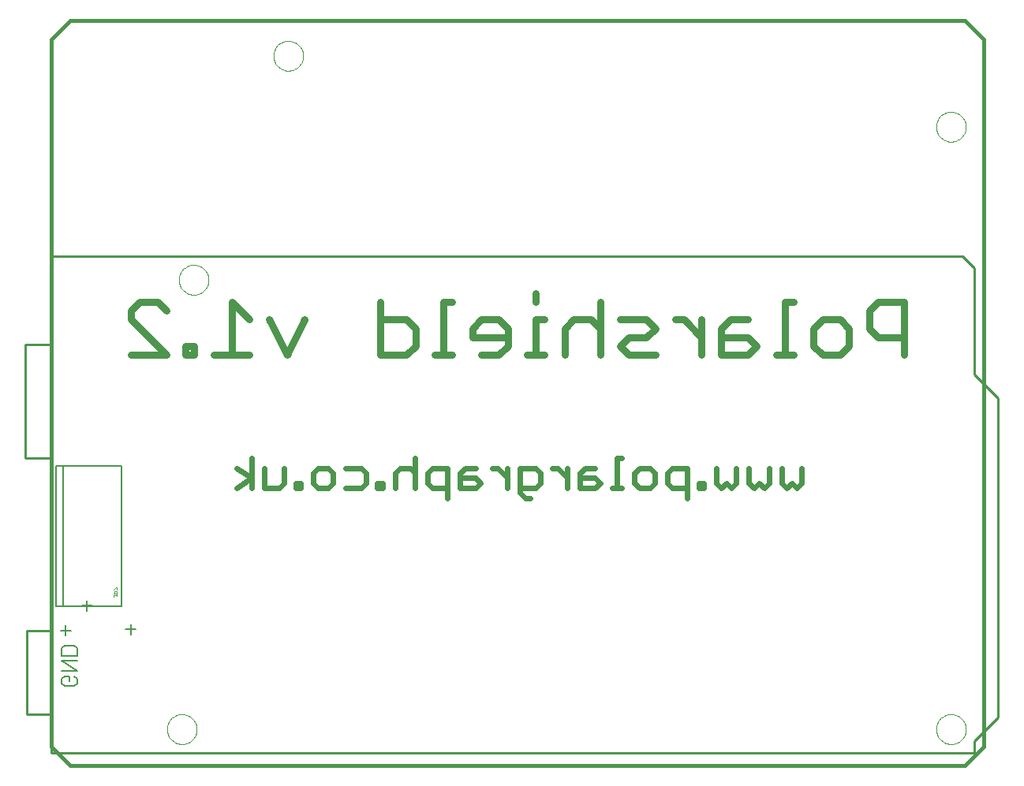
<source format=gbo>
G75*
G70*
%OFA0B0*%
%FSLAX24Y24*%
%IPPOS*%
%LPD*%
%AMOC8*
5,1,8,0,0,1.08239X$1,22.5*
%
%ADD10C,0.0160*%
%ADD11C,0.0300*%
%ADD12C,0.0230*%
%ADD13C,0.0000*%
%ADD14C,0.0060*%
%ADD15C,0.0100*%
%ADD16C,0.0080*%
%ADD17C,0.0010*%
D10*
X002702Y003185D02*
X040498Y003185D01*
X041285Y003972D01*
X041285Y033894D01*
X040498Y034681D01*
X002702Y034681D01*
X001915Y033894D01*
X001915Y003972D01*
X002702Y003185D01*
D11*
X005268Y020540D02*
X006762Y020540D01*
X005268Y022034D01*
X005268Y022408D01*
X005641Y022781D01*
X006389Y022781D01*
X006762Y022408D01*
X007558Y020913D02*
X007558Y020540D01*
X007932Y020540D01*
X007932Y020913D01*
X007558Y020913D01*
X008776Y020540D02*
X010271Y020540D01*
X009523Y020540D02*
X009523Y022781D01*
X010271Y022034D01*
X011115Y022034D02*
X011862Y020540D01*
X012609Y022034D01*
X015792Y022034D02*
X016913Y022034D01*
X017287Y021661D01*
X017287Y020913D01*
X016913Y020540D01*
X015792Y020540D01*
X015792Y022781D01*
X018472Y022781D02*
X018472Y020540D01*
X018099Y020540D02*
X018846Y020540D01*
X019690Y021287D02*
X021185Y021287D01*
X021185Y020913D02*
X021185Y021661D01*
X020811Y022034D01*
X020064Y022034D01*
X019690Y021661D01*
X019690Y021287D01*
X020064Y020540D02*
X020811Y020540D01*
X021185Y020913D01*
X021997Y020540D02*
X022744Y020540D01*
X022370Y020540D02*
X022370Y022034D01*
X022744Y022034D01*
X022370Y022781D02*
X022370Y023155D01*
X023588Y021661D02*
X023962Y022034D01*
X024709Y022034D01*
X025083Y021661D01*
X025927Y022034D02*
X027048Y022034D01*
X027422Y021661D01*
X027048Y021287D01*
X026301Y021287D01*
X025927Y020913D01*
X026301Y020540D01*
X027422Y020540D01*
X028250Y022034D02*
X028623Y022034D01*
X029371Y021287D01*
X029371Y020540D02*
X029371Y022034D01*
X030215Y021661D02*
X030215Y020540D01*
X031336Y020540D01*
X031709Y020913D01*
X031336Y021287D01*
X030215Y021287D01*
X030215Y021661D02*
X030588Y022034D01*
X031336Y022034D01*
X032895Y022781D02*
X032895Y020540D01*
X033269Y020540D02*
X032521Y020540D01*
X034113Y020913D02*
X034486Y020540D01*
X035234Y020540D01*
X035607Y020913D01*
X035607Y021661D01*
X035234Y022034D01*
X034486Y022034D01*
X034113Y021661D01*
X034113Y020913D01*
X033269Y022781D02*
X032895Y022781D01*
X036451Y022408D02*
X036451Y021661D01*
X036825Y021287D01*
X037946Y021287D01*
X037946Y020540D02*
X037946Y022781D01*
X036825Y022781D01*
X036451Y022408D01*
X025083Y022781D02*
X025083Y020540D01*
X023588Y020540D02*
X023588Y021661D01*
X018846Y022781D02*
X018472Y022781D01*
D12*
X017268Y016185D02*
X017268Y014914D01*
X017801Y015126D02*
X017801Y015550D01*
X018013Y015761D01*
X018649Y015761D01*
X018649Y014490D01*
X018649Y014914D02*
X018013Y014914D01*
X017801Y015126D01*
X017268Y015550D02*
X017056Y015761D01*
X016632Y015761D01*
X016420Y015550D01*
X016420Y014914D01*
X015886Y014914D02*
X015675Y014914D01*
X015675Y015126D01*
X015886Y015126D01*
X015886Y014914D01*
X015196Y015126D02*
X015196Y015550D01*
X014984Y015761D01*
X014348Y015761D01*
X013815Y015550D02*
X013815Y015126D01*
X013603Y014914D01*
X013179Y014914D01*
X012967Y015126D01*
X012967Y015550D01*
X013179Y015761D01*
X013603Y015761D01*
X013815Y015550D01*
X014348Y014914D02*
X014984Y014914D01*
X015196Y015126D01*
X012434Y015126D02*
X012222Y015126D01*
X012222Y014914D01*
X012434Y014914D01*
X012434Y015126D01*
X011743Y015126D02*
X011743Y015761D01*
X011743Y015126D02*
X011531Y014914D01*
X010896Y014914D01*
X010896Y015761D01*
X010362Y015338D02*
X009726Y015761D01*
X010362Y015338D02*
X009726Y014914D01*
X010362Y014914D02*
X010362Y016185D01*
X019182Y015550D02*
X019182Y014914D01*
X019818Y014914D01*
X020030Y015126D01*
X019818Y015338D01*
X019182Y015338D01*
X019182Y015550D02*
X019394Y015761D01*
X019818Y015761D01*
X020545Y015761D02*
X020757Y015761D01*
X021181Y015338D01*
X021181Y015761D02*
X021181Y014914D01*
X021715Y014914D02*
X022350Y014914D01*
X022562Y015126D01*
X022562Y015550D01*
X022350Y015761D01*
X021715Y015761D01*
X021715Y014702D01*
X021926Y014490D01*
X022138Y014490D01*
X023077Y015761D02*
X023289Y015761D01*
X023713Y015338D01*
X023713Y015761D02*
X023713Y014914D01*
X024247Y014914D02*
X024247Y015550D01*
X024458Y015761D01*
X024882Y015761D01*
X024882Y015338D02*
X024247Y015338D01*
X024247Y014914D02*
X024882Y014914D01*
X025094Y015126D01*
X024882Y015338D01*
X025591Y014914D02*
X026015Y014914D01*
X025803Y014914D02*
X025803Y016185D01*
X026015Y016185D01*
X026549Y015550D02*
X026760Y015761D01*
X027184Y015761D01*
X027396Y015550D01*
X027396Y015126D01*
X027184Y014914D01*
X026760Y014914D01*
X026549Y015126D01*
X026549Y015550D01*
X027930Y015550D02*
X027930Y015126D01*
X028141Y014914D01*
X028777Y014914D01*
X029256Y014914D02*
X029468Y014914D01*
X029468Y015126D01*
X029256Y015126D01*
X029256Y014914D01*
X028777Y014490D02*
X028777Y015761D01*
X028141Y015761D01*
X027930Y015550D01*
X030001Y015761D02*
X030001Y015126D01*
X030213Y014914D01*
X030425Y015126D01*
X030637Y014914D01*
X030849Y015126D01*
X030849Y015761D01*
X031382Y015761D02*
X031382Y015126D01*
X031594Y014914D01*
X031806Y015126D01*
X032018Y014914D01*
X032230Y015126D01*
X032230Y015761D01*
X032764Y015761D02*
X032764Y015126D01*
X032975Y014914D01*
X033187Y015126D01*
X033399Y014914D01*
X033611Y015126D01*
X033611Y015761D01*
D13*
X039285Y004716D02*
X039287Y004766D01*
X039293Y004816D01*
X039303Y004865D01*
X039317Y004913D01*
X039334Y004960D01*
X039355Y005005D01*
X039380Y005049D01*
X039408Y005090D01*
X039440Y005129D01*
X039474Y005166D01*
X039511Y005200D01*
X039551Y005230D01*
X039593Y005257D01*
X039637Y005281D01*
X039683Y005302D01*
X039730Y005318D01*
X039778Y005331D01*
X039828Y005340D01*
X039877Y005345D01*
X039928Y005346D01*
X039978Y005343D01*
X040027Y005336D01*
X040076Y005325D01*
X040124Y005310D01*
X040170Y005292D01*
X040215Y005270D01*
X040258Y005244D01*
X040299Y005215D01*
X040338Y005183D01*
X040374Y005148D01*
X040406Y005110D01*
X040436Y005070D01*
X040463Y005027D01*
X040486Y004983D01*
X040505Y004937D01*
X040521Y004889D01*
X040533Y004840D01*
X040541Y004791D01*
X040545Y004741D01*
X040545Y004691D01*
X040541Y004641D01*
X040533Y004592D01*
X040521Y004543D01*
X040505Y004495D01*
X040486Y004449D01*
X040463Y004405D01*
X040436Y004362D01*
X040406Y004322D01*
X040374Y004284D01*
X040338Y004249D01*
X040299Y004217D01*
X040258Y004188D01*
X040215Y004162D01*
X040170Y004140D01*
X040124Y004122D01*
X040076Y004107D01*
X040027Y004096D01*
X039978Y004089D01*
X039928Y004086D01*
X039877Y004087D01*
X039828Y004092D01*
X039778Y004101D01*
X039730Y004114D01*
X039683Y004130D01*
X039637Y004151D01*
X039593Y004175D01*
X039551Y004202D01*
X039511Y004232D01*
X039474Y004266D01*
X039440Y004303D01*
X039408Y004342D01*
X039380Y004383D01*
X039355Y004427D01*
X039334Y004472D01*
X039317Y004519D01*
X039303Y004567D01*
X039293Y004616D01*
X039287Y004666D01*
X039285Y004716D01*
X039285Y030185D02*
X039287Y030235D01*
X039293Y030285D01*
X039303Y030334D01*
X039317Y030382D01*
X039334Y030429D01*
X039355Y030474D01*
X039380Y030518D01*
X039408Y030559D01*
X039440Y030598D01*
X039474Y030635D01*
X039511Y030669D01*
X039551Y030699D01*
X039593Y030726D01*
X039637Y030750D01*
X039683Y030771D01*
X039730Y030787D01*
X039778Y030800D01*
X039828Y030809D01*
X039877Y030814D01*
X039928Y030815D01*
X039978Y030812D01*
X040027Y030805D01*
X040076Y030794D01*
X040124Y030779D01*
X040170Y030761D01*
X040215Y030739D01*
X040258Y030713D01*
X040299Y030684D01*
X040338Y030652D01*
X040374Y030617D01*
X040406Y030579D01*
X040436Y030539D01*
X040463Y030496D01*
X040486Y030452D01*
X040505Y030406D01*
X040521Y030358D01*
X040533Y030309D01*
X040541Y030260D01*
X040545Y030210D01*
X040545Y030160D01*
X040541Y030110D01*
X040533Y030061D01*
X040521Y030012D01*
X040505Y029964D01*
X040486Y029918D01*
X040463Y029874D01*
X040436Y029831D01*
X040406Y029791D01*
X040374Y029753D01*
X040338Y029718D01*
X040299Y029686D01*
X040258Y029657D01*
X040215Y029631D01*
X040170Y029609D01*
X040124Y029591D01*
X040076Y029576D01*
X040027Y029565D01*
X039978Y029558D01*
X039928Y029555D01*
X039877Y029556D01*
X039828Y029561D01*
X039778Y029570D01*
X039730Y029583D01*
X039683Y029599D01*
X039637Y029620D01*
X039593Y029644D01*
X039551Y029671D01*
X039511Y029701D01*
X039474Y029735D01*
X039440Y029772D01*
X039408Y029811D01*
X039380Y029852D01*
X039355Y029896D01*
X039334Y029941D01*
X039317Y029988D01*
X039303Y030036D01*
X039293Y030085D01*
X039287Y030135D01*
X039285Y030185D01*
X011285Y033185D02*
X011287Y033235D01*
X011293Y033285D01*
X011303Y033334D01*
X011317Y033382D01*
X011334Y033429D01*
X011355Y033474D01*
X011380Y033518D01*
X011408Y033559D01*
X011440Y033598D01*
X011474Y033635D01*
X011511Y033669D01*
X011551Y033699D01*
X011593Y033726D01*
X011637Y033750D01*
X011683Y033771D01*
X011730Y033787D01*
X011778Y033800D01*
X011828Y033809D01*
X011877Y033814D01*
X011928Y033815D01*
X011978Y033812D01*
X012027Y033805D01*
X012076Y033794D01*
X012124Y033779D01*
X012170Y033761D01*
X012215Y033739D01*
X012258Y033713D01*
X012299Y033684D01*
X012338Y033652D01*
X012374Y033617D01*
X012406Y033579D01*
X012436Y033539D01*
X012463Y033496D01*
X012486Y033452D01*
X012505Y033406D01*
X012521Y033358D01*
X012533Y033309D01*
X012541Y033260D01*
X012545Y033210D01*
X012545Y033160D01*
X012541Y033110D01*
X012533Y033061D01*
X012521Y033012D01*
X012505Y032964D01*
X012486Y032918D01*
X012463Y032874D01*
X012436Y032831D01*
X012406Y032791D01*
X012374Y032753D01*
X012338Y032718D01*
X012299Y032686D01*
X012258Y032657D01*
X012215Y032631D01*
X012170Y032609D01*
X012124Y032591D01*
X012076Y032576D01*
X012027Y032565D01*
X011978Y032558D01*
X011928Y032555D01*
X011877Y032556D01*
X011828Y032561D01*
X011778Y032570D01*
X011730Y032583D01*
X011683Y032599D01*
X011637Y032620D01*
X011593Y032644D01*
X011551Y032671D01*
X011511Y032701D01*
X011474Y032735D01*
X011440Y032772D01*
X011408Y032811D01*
X011380Y032852D01*
X011355Y032896D01*
X011334Y032941D01*
X011317Y032988D01*
X011303Y033036D01*
X011293Y033085D01*
X011287Y033135D01*
X011285Y033185D01*
X007285Y023716D02*
X007287Y023766D01*
X007293Y023816D01*
X007303Y023865D01*
X007317Y023913D01*
X007334Y023960D01*
X007355Y024005D01*
X007380Y024049D01*
X007408Y024090D01*
X007440Y024129D01*
X007474Y024166D01*
X007511Y024200D01*
X007551Y024230D01*
X007593Y024257D01*
X007637Y024281D01*
X007683Y024302D01*
X007730Y024318D01*
X007778Y024331D01*
X007828Y024340D01*
X007877Y024345D01*
X007928Y024346D01*
X007978Y024343D01*
X008027Y024336D01*
X008076Y024325D01*
X008124Y024310D01*
X008170Y024292D01*
X008215Y024270D01*
X008258Y024244D01*
X008299Y024215D01*
X008338Y024183D01*
X008374Y024148D01*
X008406Y024110D01*
X008436Y024070D01*
X008463Y024027D01*
X008486Y023983D01*
X008505Y023937D01*
X008521Y023889D01*
X008533Y023840D01*
X008541Y023791D01*
X008545Y023741D01*
X008545Y023691D01*
X008541Y023641D01*
X008533Y023592D01*
X008521Y023543D01*
X008505Y023495D01*
X008486Y023449D01*
X008463Y023405D01*
X008436Y023362D01*
X008406Y023322D01*
X008374Y023284D01*
X008338Y023249D01*
X008299Y023217D01*
X008258Y023188D01*
X008215Y023162D01*
X008170Y023140D01*
X008124Y023122D01*
X008076Y023107D01*
X008027Y023096D01*
X007978Y023089D01*
X007928Y023086D01*
X007877Y023087D01*
X007828Y023092D01*
X007778Y023101D01*
X007730Y023114D01*
X007683Y023130D01*
X007637Y023151D01*
X007593Y023175D01*
X007551Y023202D01*
X007511Y023232D01*
X007474Y023266D01*
X007440Y023303D01*
X007408Y023342D01*
X007380Y023383D01*
X007355Y023427D01*
X007334Y023472D01*
X007317Y023519D01*
X007303Y023567D01*
X007293Y023616D01*
X007287Y023666D01*
X007285Y023716D01*
X006785Y004716D02*
X006787Y004766D01*
X006793Y004816D01*
X006803Y004865D01*
X006817Y004913D01*
X006834Y004960D01*
X006855Y005005D01*
X006880Y005049D01*
X006908Y005090D01*
X006940Y005129D01*
X006974Y005166D01*
X007011Y005200D01*
X007051Y005230D01*
X007093Y005257D01*
X007137Y005281D01*
X007183Y005302D01*
X007230Y005318D01*
X007278Y005331D01*
X007328Y005340D01*
X007377Y005345D01*
X007428Y005346D01*
X007478Y005343D01*
X007527Y005336D01*
X007576Y005325D01*
X007624Y005310D01*
X007670Y005292D01*
X007715Y005270D01*
X007758Y005244D01*
X007799Y005215D01*
X007838Y005183D01*
X007874Y005148D01*
X007906Y005110D01*
X007936Y005070D01*
X007963Y005027D01*
X007986Y004983D01*
X008005Y004937D01*
X008021Y004889D01*
X008033Y004840D01*
X008041Y004791D01*
X008045Y004741D01*
X008045Y004691D01*
X008041Y004641D01*
X008033Y004592D01*
X008021Y004543D01*
X008005Y004495D01*
X007986Y004449D01*
X007963Y004405D01*
X007936Y004362D01*
X007906Y004322D01*
X007874Y004284D01*
X007838Y004249D01*
X007799Y004217D01*
X007758Y004188D01*
X007715Y004162D01*
X007670Y004140D01*
X007624Y004122D01*
X007576Y004107D01*
X007527Y004096D01*
X007478Y004089D01*
X007428Y004086D01*
X007377Y004087D01*
X007328Y004092D01*
X007278Y004101D01*
X007230Y004114D01*
X007183Y004130D01*
X007137Y004151D01*
X007093Y004175D01*
X007051Y004202D01*
X007011Y004232D01*
X006974Y004266D01*
X006940Y004303D01*
X006908Y004342D01*
X006880Y004383D01*
X006855Y004427D01*
X006834Y004472D01*
X006817Y004519D01*
X006803Y004567D01*
X006793Y004616D01*
X006787Y004666D01*
X006785Y004716D01*
D14*
X002985Y006638D02*
X002879Y006531D01*
X002452Y006531D01*
X002345Y006638D01*
X002345Y006851D01*
X002452Y006958D01*
X002665Y006958D01*
X002665Y006745D01*
X002879Y006958D02*
X002985Y006851D01*
X002985Y006638D01*
X002985Y007176D02*
X002345Y007176D01*
X002345Y007603D02*
X002985Y007603D01*
X002985Y007820D02*
X002985Y008141D01*
X002879Y008247D01*
X002452Y008247D01*
X002345Y008141D01*
X002345Y007820D01*
X002985Y007820D01*
X002985Y007176D02*
X002345Y007603D01*
X002508Y008672D02*
X002508Y009099D01*
X002295Y008885D02*
X002722Y008885D01*
X003408Y009722D02*
X003408Y010149D01*
X003195Y009935D02*
X003622Y009935D01*
X005045Y008935D02*
X005472Y008935D01*
X005258Y008722D02*
X005258Y009149D01*
D15*
X001876Y008890D02*
X000860Y008890D01*
X000860Y005346D01*
X001876Y005346D01*
X001915Y003716D02*
X040915Y003716D01*
X040915Y004216D01*
X041915Y005216D01*
X041915Y018716D01*
X040915Y019716D01*
X040915Y024216D01*
X040415Y024716D01*
X001915Y024716D01*
X001915Y020976D01*
X000813Y020976D01*
X000813Y016173D01*
X001915Y016173D01*
X001915Y003716D01*
X001915Y016173D02*
X001915Y020976D01*
D16*
X002098Y015846D02*
X002098Y009901D01*
X002413Y009901D01*
X002413Y015846D01*
X002098Y015846D01*
X002413Y015846D02*
X004854Y015846D01*
X004854Y009901D01*
X002413Y009901D01*
D17*
X004520Y010337D02*
X004520Y010362D01*
X004545Y010387D01*
X004670Y010387D01*
X004670Y010362D02*
X004670Y010412D01*
X004670Y010459D02*
X004670Y010534D01*
X004645Y010559D01*
X004595Y010559D01*
X004570Y010534D01*
X004570Y010459D01*
X004520Y010459D02*
X004670Y010459D01*
X004670Y010607D02*
X004670Y010707D01*
X004645Y010707D01*
X004545Y010607D01*
X004520Y010607D01*
X004520Y010337D02*
X004545Y010312D01*
M02*

</source>
